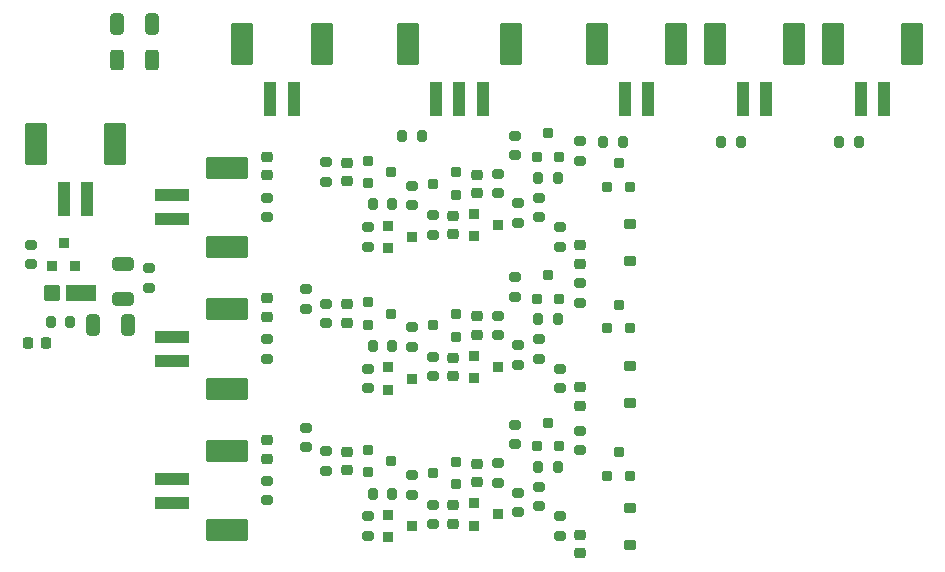
<source format=gbr>
%TF.GenerationSoftware,KiCad,Pcbnew,7.0.10*%
%TF.CreationDate,2024-07-30T22:38:02+09:00*%
%TF.ProjectId,Latch-Circuit,4c617463-682d-4436-9972-637569742e6b,rev?*%
%TF.SameCoordinates,Original*%
%TF.FileFunction,Paste,Top*%
%TF.FilePolarity,Positive*%
%FSLAX46Y46*%
G04 Gerber Fmt 4.6, Leading zero omitted, Abs format (unit mm)*
G04 Created by KiCad (PCBNEW 7.0.10) date 2024-07-30 22:38:02*
%MOMM*%
%LPD*%
G01*
G04 APERTURE LIST*
G04 Aperture macros list*
%AMRoundRect*
0 Rectangle with rounded corners*
0 $1 Rounding radius*
0 $2 $3 $4 $5 $6 $7 $8 $9 X,Y pos of 4 corners*
0 Add a 4 corners polygon primitive as box body*
4,1,4,$2,$3,$4,$5,$6,$7,$8,$9,$2,$3,0*
0 Add four circle primitives for the rounded corners*
1,1,$1+$1,$2,$3*
1,1,$1+$1,$4,$5*
1,1,$1+$1,$6,$7*
1,1,$1+$1,$8,$9*
0 Add four rect primitives between the rounded corners*
20,1,$1+$1,$2,$3,$4,$5,0*
20,1,$1+$1,$4,$5,$6,$7,0*
20,1,$1+$1,$6,$7,$8,$9,0*
20,1,$1+$1,$8,$9,$2,$3,0*%
G04 Aperture macros list end*
%ADD10RoundRect,0.200000X-0.275000X0.200000X-0.275000X-0.200000X0.275000X-0.200000X0.275000X0.200000X0*%
%ADD11RoundRect,0.200000X0.200000X0.275000X-0.200000X0.275000X-0.200000X-0.275000X0.200000X-0.275000X0*%
%ADD12RoundRect,0.050000X-0.350000X-0.400000X0.350000X-0.400000X0.350000X0.400000X-0.350000X0.400000X0*%
%ADD13RoundRect,0.200000X-0.200000X-0.275000X0.200000X-0.275000X0.200000X0.275000X-0.200000X0.275000X0*%
%ADD14RoundRect,0.218750X-0.218750X-0.256250X0.218750X-0.256250X0.218750X0.256250X-0.218750X0.256250X0*%
%ADD15RoundRect,0.050000X1.400000X-0.450000X1.400000X0.450000X-1.400000X0.450000X-1.400000X-0.450000X0*%
%ADD16RoundRect,0.090000X1.710000X-0.810000X1.710000X0.810000X-1.710000X0.810000X-1.710000X-0.810000X0*%
%ADD17RoundRect,0.050000X0.450000X1.400000X-0.450000X1.400000X-0.450000X-1.400000X0.450000X-1.400000X0*%
%ADD18RoundRect,0.090000X0.810000X1.710000X-0.810000X1.710000X-0.810000X-1.710000X0.810000X-1.710000X0*%
%ADD19RoundRect,0.200000X0.275000X-0.200000X0.275000X0.200000X-0.275000X0.200000X-0.275000X-0.200000X0*%
%ADD20RoundRect,0.100000X0.300000X-0.350000X0.300000X0.350000X-0.300000X0.350000X-0.300000X-0.350000X0*%
%ADD21RoundRect,0.250000X0.650000X-0.325000X0.650000X0.325000X-0.650000X0.325000X-0.650000X-0.325000X0*%
%ADD22RoundRect,0.100000X-0.375000X0.350000X-0.375000X-0.350000X0.375000X-0.350000X0.375000X0.350000X0*%
%ADD23RoundRect,0.050000X-0.400000X0.350000X-0.400000X-0.350000X0.400000X-0.350000X0.400000X0.350000X0*%
%ADD24RoundRect,0.225000X0.250000X-0.225000X0.250000X0.225000X-0.250000X0.225000X-0.250000X-0.225000X0*%
%ADD25RoundRect,0.218750X0.256250X-0.218750X0.256250X0.218750X-0.256250X0.218750X-0.256250X-0.218750X0*%
%ADD26RoundRect,0.100000X-0.350000X-0.300000X0.350000X-0.300000X0.350000X0.300000X-0.350000X0.300000X0*%
%ADD27RoundRect,0.100000X0.350000X0.300000X-0.350000X0.300000X-0.350000X-0.300000X0.350000X-0.300000X0*%
%ADD28RoundRect,0.218750X-0.256250X0.218750X-0.256250X-0.218750X0.256250X-0.218750X0.256250X0.218750X0*%
%ADD29RoundRect,0.100000X1.200000X0.600000X-1.200000X0.600000X-1.200000X-0.600000X1.200000X-0.600000X0*%
%ADD30RoundRect,0.100000X0.550000X0.600000X-0.550000X0.600000X-0.550000X-0.600000X0.550000X-0.600000X0*%
%ADD31RoundRect,0.225000X-0.250000X0.225000X-0.250000X-0.225000X0.250000X-0.225000X0.250000X0.225000X0*%
%ADD32RoundRect,0.250000X0.312500X0.625000X-0.312500X0.625000X-0.312500X-0.625000X0.312500X-0.625000X0*%
%ADD33RoundRect,0.250000X-0.325000X-0.650000X0.325000X-0.650000X0.325000X0.650000X-0.325000X0.650000X0*%
G04 APERTURE END LIST*
D10*
%TO.C,R17*%
X45000000Y-18675000D03*
X45000000Y-20325000D03*
%TD*%
D11*
%TO.C,R15*%
X48325000Y-28500000D03*
X46675000Y-28500000D03*
%TD*%
D10*
%TO.C,R46*%
X36000000Y-41675000D03*
X36000000Y-43325000D03*
%TD*%
D12*
%TO.C,Q1*%
X5550000Y-24000000D03*
X7450000Y-24000000D03*
X6500000Y-22000000D03*
%TD*%
D13*
%TO.C,R11*%
X32675000Y-18750000D03*
X34325000Y-18750000D03*
%TD*%
D14*
%TO.C,D2*%
X3462500Y-30500000D03*
X5037500Y-30500000D03*
%TD*%
D15*
%TO.C,J6*%
X15700000Y-42000000D03*
X15700000Y-44000000D03*
D16*
X20350000Y-39650000D03*
X20350000Y-46350000D03*
%TD*%
D13*
%TO.C,R34*%
X32675000Y-30750000D03*
X34325000Y-30750000D03*
%TD*%
D17*
%TO.C,J10*%
X54000000Y-9800000D03*
X56000000Y-9800000D03*
D18*
X51650000Y-5150000D03*
X58350000Y-5150000D03*
%TD*%
D19*
%TO.C,R20*%
X50250000Y-27075000D03*
X50250000Y-25425000D03*
%TD*%
%TO.C,R8*%
X28750000Y-16825000D03*
X28750000Y-15175000D03*
%TD*%
D10*
%TO.C,R37*%
X23750000Y-30175000D03*
X23750000Y-31825000D03*
%TD*%
D20*
%TO.C,Q3*%
X52550000Y-17250000D03*
X54450000Y-17250000D03*
X53500000Y-15250000D03*
%TD*%
D10*
%TO.C,R40*%
X45000000Y-30675000D03*
X45000000Y-32325000D03*
%TD*%
D19*
%TO.C,R28*%
X28750000Y-28825000D03*
X28750000Y-27175000D03*
%TD*%
D10*
%TO.C,R41*%
X43250000Y-28175000D03*
X43250000Y-29825000D03*
%TD*%
%TO.C,R16*%
X37750000Y-19675000D03*
X37750000Y-21325000D03*
%TD*%
D21*
%TO.C,C2*%
X11500000Y-26725000D03*
X11500000Y-23775000D03*
%TD*%
D22*
%TO.C,D7*%
X54500000Y-44425000D03*
X54500000Y-47575000D03*
%TD*%
D19*
%TO.C,R29*%
X28750000Y-41325000D03*
X28750000Y-39675000D03*
%TD*%
%TO.C,R22*%
X48500000Y-22325000D03*
X48500000Y-20675000D03*
%TD*%
D23*
%TO.C,Q13*%
X34000000Y-32550000D03*
X34000000Y-34450000D03*
X36000000Y-33500000D03*
%TD*%
D11*
%TO.C,R36*%
X53825000Y-13500000D03*
X52175000Y-13500000D03*
%TD*%
D10*
%TO.C,R5*%
X13750000Y-24175000D03*
X13750000Y-25825000D03*
%TD*%
D24*
%TO.C,C11*%
X41500000Y-42275000D03*
X41500000Y-40725000D03*
%TD*%
D20*
%TO.C,Q6*%
X46550000Y-26750000D03*
X48450000Y-26750000D03*
X47500000Y-24750000D03*
%TD*%
D15*
%TO.C,J4*%
X15700000Y-18000000D03*
X15700000Y-20000000D03*
D16*
X20350000Y-15650000D03*
X20350000Y-22350000D03*
%TD*%
D25*
%TO.C,D5*%
X50250000Y-23787500D03*
X50250000Y-22212500D03*
%TD*%
D10*
%TO.C,R9*%
X32250000Y-20675000D03*
X32250000Y-22325000D03*
%TD*%
D17*
%TO.C,J1*%
X6500000Y-18300000D03*
X8500000Y-18300000D03*
D18*
X4150000Y-13650000D03*
X10850000Y-13650000D03*
%TD*%
D10*
%TO.C,R2*%
X3750000Y-22175000D03*
X3750000Y-23825000D03*
%TD*%
D23*
%TO.C,Q19*%
X41250000Y-44050000D03*
X41250000Y-45950000D03*
X43250000Y-45000000D03*
%TD*%
D24*
%TO.C,C8*%
X39500000Y-33275000D03*
X39500000Y-31725000D03*
%TD*%
D17*
%TO.C,J9*%
X64000000Y-9800000D03*
X66000000Y-9800000D03*
D18*
X61650000Y-5150000D03*
X68350000Y-5150000D03*
%TD*%
D24*
%TO.C,C10*%
X39500000Y-45775000D03*
X39500000Y-44225000D03*
%TD*%
D10*
%TO.C,R43*%
X45000000Y-43175000D03*
X45000000Y-44825000D03*
%TD*%
D11*
%TO.C,R25*%
X48325000Y-41000000D03*
X46675000Y-41000000D03*
%TD*%
D24*
%TO.C,C4*%
X39500000Y-21275000D03*
X39500000Y-19725000D03*
%TD*%
D26*
%TO.C,Q11*%
X32250000Y-27050000D03*
X32250000Y-28950000D03*
X34250000Y-28000000D03*
%TD*%
D10*
%TO.C,R38*%
X23750000Y-42175000D03*
X23750000Y-43825000D03*
%TD*%
D20*
%TO.C,Q9*%
X52550000Y-29250000D03*
X54450000Y-29250000D03*
X53500000Y-27250000D03*
%TD*%
D27*
%TO.C,Q17*%
X39750000Y-42450000D03*
X39750000Y-40550000D03*
X37750000Y-41500000D03*
%TD*%
D10*
%TO.C,R13*%
X23750000Y-18175000D03*
X23750000Y-19825000D03*
%TD*%
%TO.C,R42*%
X37750000Y-44175000D03*
X37750000Y-45825000D03*
%TD*%
%TO.C,R24*%
X46750000Y-42675000D03*
X46750000Y-44325000D03*
%TD*%
D28*
%TO.C,D3*%
X23750000Y-14712500D03*
X23750000Y-16287500D03*
%TD*%
D24*
%TO.C,C9*%
X41500000Y-29775000D03*
X41500000Y-28225000D03*
%TD*%
D19*
%TO.C,R47*%
X48500000Y-34325000D03*
X48500000Y-32675000D03*
%TD*%
%TO.C,R27*%
X27000000Y-39325000D03*
X27000000Y-37675000D03*
%TD*%
D29*
%TO.C,D1*%
X7975000Y-26250000D03*
D30*
X5525000Y-26250000D03*
%TD*%
D27*
%TO.C,Q7*%
X39750000Y-17950000D03*
X39750000Y-16050000D03*
X37750000Y-17000000D03*
%TD*%
D10*
%TO.C,R4*%
X44750000Y-12925000D03*
X44750000Y-14575000D03*
%TD*%
D19*
%TO.C,R26*%
X27000000Y-27575000D03*
X27000000Y-25925000D03*
%TD*%
D13*
%TO.C,R35*%
X32675000Y-43250000D03*
X34325000Y-43250000D03*
%TD*%
D22*
%TO.C,D4*%
X54500000Y-20425000D03*
X54500000Y-23575000D03*
%TD*%
D31*
%TO.C,C7*%
X30500000Y-39725000D03*
X30500000Y-41275000D03*
%TD*%
D17*
%TO.C,J2*%
X38000000Y-9800000D03*
X40000000Y-9800000D03*
X42000000Y-9800000D03*
D18*
X35650000Y-5150000D03*
X44350000Y-5150000D03*
%TD*%
D13*
%TO.C,R6*%
X35175000Y-13000000D03*
X36825000Y-13000000D03*
%TD*%
D22*
%TO.C,D6*%
X54500000Y-32425000D03*
X54500000Y-35575000D03*
%TD*%
D25*
%TO.C,D11*%
X50250000Y-48287500D03*
X50250000Y-46712500D03*
%TD*%
D10*
%TO.C,R44*%
X43250000Y-40675000D03*
X43250000Y-42325000D03*
%TD*%
D20*
%TO.C,Q2*%
X46550000Y-14750000D03*
X48450000Y-14750000D03*
X47500000Y-12750000D03*
%TD*%
D26*
%TO.C,Q12*%
X32250000Y-39550000D03*
X32250000Y-41450000D03*
X34250000Y-40500000D03*
%TD*%
D11*
%TO.C,R23*%
X63825000Y-13500000D03*
X62175000Y-13500000D03*
%TD*%
D28*
%TO.C,D9*%
X23750000Y-38712500D03*
X23750000Y-40287500D03*
%TD*%
D10*
%TO.C,R32*%
X32250000Y-32675000D03*
X32250000Y-34325000D03*
%TD*%
D32*
%TO.C,R49*%
X13962500Y-6500000D03*
X11037500Y-6500000D03*
%TD*%
D23*
%TO.C,Q14*%
X34000000Y-45050000D03*
X34000000Y-46950000D03*
X36000000Y-46000000D03*
%TD*%
D11*
%TO.C,R3*%
X48325000Y-16500000D03*
X46675000Y-16500000D03*
%TD*%
D25*
%TO.C,D10*%
X50250000Y-35787500D03*
X50250000Y-34212500D03*
%TD*%
D27*
%TO.C,Q16*%
X39750000Y-29950000D03*
X39750000Y-28050000D03*
X37750000Y-29000000D03*
%TD*%
D10*
%TO.C,R30*%
X44750000Y-37425000D03*
X44750000Y-39075000D03*
%TD*%
D23*
%TO.C,Q5*%
X34000000Y-20550000D03*
X34000000Y-22450000D03*
X36000000Y-21500000D03*
%TD*%
D15*
%TO.C,J5*%
X15700000Y-30000000D03*
X15700000Y-32000000D03*
D16*
X20350000Y-27650000D03*
X20350000Y-34350000D03*
%TD*%
D10*
%TO.C,R21*%
X36000000Y-17175000D03*
X36000000Y-18825000D03*
%TD*%
D20*
%TO.C,Q10*%
X46550000Y-39250000D03*
X48450000Y-39250000D03*
X47500000Y-37250000D03*
%TD*%
D31*
%TO.C,C6*%
X30500000Y-27225000D03*
X30500000Y-28775000D03*
%TD*%
D10*
%TO.C,R33*%
X32250000Y-45175000D03*
X32250000Y-46825000D03*
%TD*%
D17*
%TO.C,J3*%
X24000000Y-9800000D03*
X26000000Y-9800000D03*
D18*
X21650000Y-5150000D03*
X28350000Y-5150000D03*
%TD*%
D23*
%TO.C,Q18*%
X41250000Y-31550000D03*
X41250000Y-33450000D03*
X43250000Y-32500000D03*
%TD*%
D19*
%TO.C,R31*%
X50250000Y-39575000D03*
X50250000Y-37925000D03*
%TD*%
D24*
%TO.C,C5*%
X41500000Y-17775000D03*
X41500000Y-16225000D03*
%TD*%
D10*
%TO.C,R1*%
X46750000Y-18175000D03*
X46750000Y-19825000D03*
%TD*%
D13*
%TO.C,R12*%
X5425000Y-28750000D03*
X7075000Y-28750000D03*
%TD*%
D33*
%TO.C,C1*%
X9025000Y-29000000D03*
X11975000Y-29000000D03*
%TD*%
D19*
%TO.C,R48*%
X48500000Y-46825000D03*
X48500000Y-45175000D03*
%TD*%
D31*
%TO.C,C3*%
X30500000Y-15225000D03*
X30500000Y-16775000D03*
%TD*%
D10*
%TO.C,R18*%
X43250000Y-16175000D03*
X43250000Y-17825000D03*
%TD*%
D28*
%TO.C,D8*%
X23750000Y-26712500D03*
X23750000Y-28287500D03*
%TD*%
D10*
%TO.C,R45*%
X36000000Y-29175000D03*
X36000000Y-30825000D03*
%TD*%
D33*
%TO.C,C12*%
X11025000Y-3500000D03*
X13975000Y-3500000D03*
%TD*%
D23*
%TO.C,Q8*%
X41250000Y-19550000D03*
X41250000Y-21450000D03*
X43250000Y-20500000D03*
%TD*%
D10*
%TO.C,R39*%
X37750000Y-31675000D03*
X37750000Y-33325000D03*
%TD*%
%TO.C,R19*%
X44750000Y-24925000D03*
X44750000Y-26575000D03*
%TD*%
D17*
%TO.C,J8*%
X74000000Y-9800000D03*
X76000000Y-9800000D03*
D18*
X71650000Y-5150000D03*
X78350000Y-5150000D03*
%TD*%
D19*
%TO.C,R7*%
X50250000Y-15075000D03*
X50250000Y-13425000D03*
%TD*%
D11*
%TO.C,R10*%
X73825000Y-13500000D03*
X72175000Y-13500000D03*
%TD*%
D20*
%TO.C,Q15*%
X52550000Y-41750000D03*
X54450000Y-41750000D03*
X53500000Y-39750000D03*
%TD*%
D10*
%TO.C,R14*%
X46750000Y-30175000D03*
X46750000Y-31825000D03*
%TD*%
D26*
%TO.C,Q4*%
X32250000Y-15050000D03*
X32250000Y-16950000D03*
X34250000Y-16000000D03*
%TD*%
M02*

</source>
